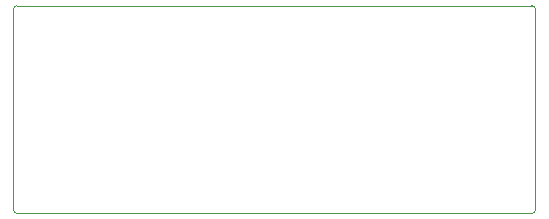
<source format=gbr>
%TF.GenerationSoftware,KiCad,Pcbnew,(5.99.0-7355-g8781ce7efb)*%
%TF.CreationDate,2021-01-22T11:19:26+01:00*%
%TF.ProjectId,FoxPill,466f7850-696c-46c2-9e6b-696361645f70,rev?*%
%TF.SameCoordinates,Original*%
%TF.FileFunction,Profile,NP*%
%FSLAX46Y46*%
G04 Gerber Fmt 4.6, Leading zero omitted, Abs format (unit mm)*
G04 Created by KiCad (PCBNEW (5.99.0-7355-g8781ce7efb)) date 2021-01-22 11:19:26*
%MOMM*%
%LPD*%
G01*
G04 APERTURE LIST*
%TA.AperFunction,Profile*%
%ADD10C,0.050000*%
%TD*%
G04 APERTURE END LIST*
D10*
X20000000Y-37100000D02*
X20000000Y-20100000D01*
X63900000Y-19800000D02*
G75*
G02*
X64200000Y-20100000I0J-300000D01*
G01*
X64200000Y-37100000D02*
G75*
G02*
X63900000Y-37400000I-300000J0D01*
G01*
X64200000Y-20100000D02*
X64200000Y-37100000D01*
X20300000Y-19800000D02*
X63900000Y-19800000D01*
X20300000Y-37400000D02*
G75*
G02*
X20000000Y-37100000I0J300000D01*
G01*
X63900000Y-37400000D02*
X20300000Y-37400000D01*
X20000000Y-20100000D02*
G75*
G02*
X20300000Y-19800000I300000J0D01*
G01*
M02*

</source>
